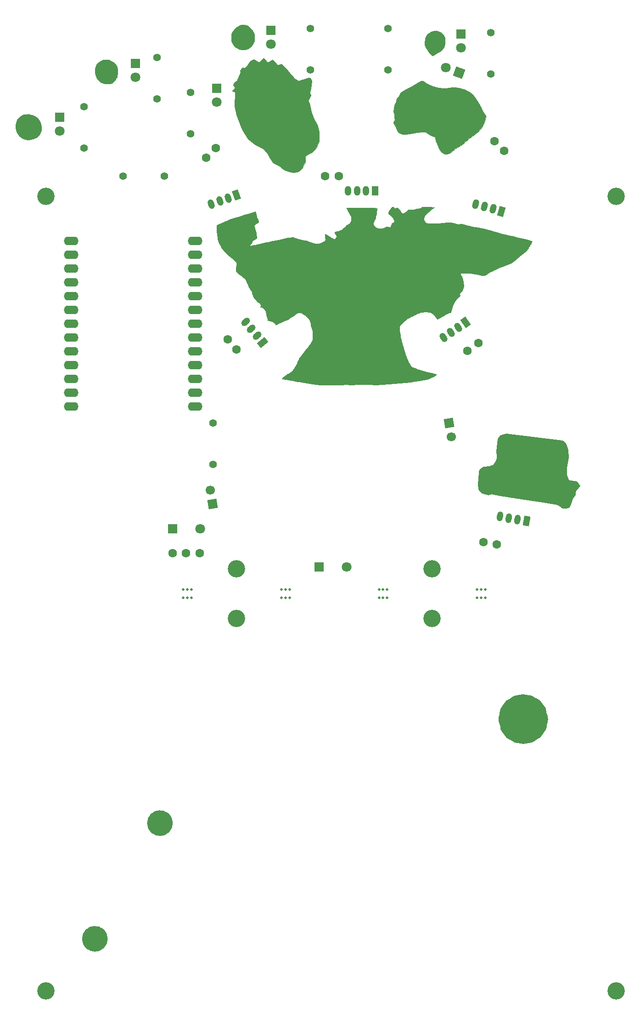
<source format=gbs>
G04 #@! TF.GenerationSoftware,KiCad,Pcbnew,7.0.10*
G04 #@! TF.CreationDate,2024-05-06T11:46:52-05:00*
G04 #@! TF.ProjectId,cowboys_vs_dinos,636f7762-6f79-4735-9f76-735f64696e6f,2*
G04 #@! TF.SameCoordinates,Original*
G04 #@! TF.FileFunction,Soldermask,Bot*
G04 #@! TF.FilePolarity,Negative*
%FSLAX46Y46*%
G04 Gerber Fmt 4.6, Leading zero omitted, Abs format (unit mm)*
G04 Created by KiCad (PCBNEW 7.0.10) date 2024-05-06 11:46:52*
%MOMM*%
%LPD*%
G01*
G04 APERTURE LIST*
G04 Aperture macros list*
%AMHorizOval*
0 Thick line with rounded ends*
0 $1 width*
0 $2 $3 position (X,Y) of the first rounded end (center of the circle)*
0 $4 $5 position (X,Y) of the second rounded end (center of the circle)*
0 Add line between two ends*
20,1,$1,$2,$3,$4,$5,0*
0 Add two circle primitives to create the rounded ends*
1,1,$1,$2,$3*
1,1,$1,$4,$5*%
%AMRotRect*
0 Rectangle, with rotation*
0 The origin of the aperture is its center*
0 $1 length*
0 $2 width*
0 $3 Rotation angle, in degrees counterclockwise*
0 Add horizontal line*
21,1,$1,$2,0,0,$3*%
G04 Aperture macros list end*
%ADD10C,2.375000*%
%ADD11C,0.150000*%
%ADD12C,4.575000*%
%ADD13C,0.100000*%
%ADD14R,1.800000X1.800000*%
%ADD15C,1.800000*%
%ADD16RotRect,1.800000X1.800000X160.000000*%
%ADD17R,1.150000X1.800000*%
%ADD18O,1.150000X1.800000*%
%ADD19RotRect,1.700000X1.700000X190.000000*%
%ADD20HorizOval,1.700000X0.000000X0.000000X0.000000X0.000000X0*%
%ADD21C,1.600000*%
%ADD22C,3.200000*%
%ADD23C,1.400000*%
%ADD24C,0.500000*%
%ADD25O,2.700000X1.600000*%
%ADD26RotRect,1.150000X1.800000X200.000000*%
%ADD27HorizOval,1.150000X-0.111157X0.305400X0.111157X-0.305400X0*%
%ADD28RotRect,1.150000X1.800000X170.000000*%
%ADD29HorizOval,1.150000X0.056436X0.320063X-0.056436X-0.320063X0*%
%ADD30RotRect,1.150000X1.800000X164.000000*%
%ADD31HorizOval,1.150000X0.089582X0.312410X-0.089582X-0.312410X0*%
%ADD32RotRect,1.700000X1.700000X10.000000*%
%ADD33HorizOval,1.700000X0.000000X0.000000X0.000000X0.000000X0*%
%ADD34RotRect,1.150000X1.800000X130.000000*%
%ADD35HorizOval,1.150000X0.248964X0.208906X-0.248964X-0.208906X0*%
%ADD36RotRect,1.150000X1.800000X215.000000*%
%ADD37HorizOval,1.150000X-0.186412X0.266224X0.186412X-0.266224X0*%
G04 APERTURE END LIST*
D10*
X65187500Y-185700000D02*
G75*
G03*
X62812500Y-185700000I-1187500J0D01*
G01*
X62812500Y-185700000D02*
G75*
G03*
X65187500Y-185700000I1187500J0D01*
G01*
X77187500Y-164400000D02*
G75*
G03*
X74812500Y-164400000I-1187500J0D01*
G01*
X74812500Y-164400000D02*
G75*
G03*
X77187500Y-164400000I1187500J0D01*
G01*
D11*
X150200000Y-94000000D02*
X150500000Y-94200000D01*
X150800000Y-94500000D01*
X151000000Y-94900000D01*
X151200000Y-95700000D01*
X151300000Y-97100000D01*
X151000000Y-99000000D01*
X151000000Y-100300000D01*
X151200000Y-101000000D01*
X151400000Y-101300000D01*
X151700000Y-101400000D01*
X152400000Y-101500000D01*
X152900000Y-101600000D01*
X153000000Y-101700000D01*
X153400000Y-102300000D01*
X152900000Y-102900000D01*
X152700000Y-103200000D01*
X152600000Y-103600000D01*
X152600000Y-103900000D01*
X152500000Y-104100000D01*
X152200000Y-104500000D01*
X152000000Y-104900000D01*
X151700000Y-105900000D01*
X151500000Y-106200000D01*
X151100000Y-106400000D01*
X150400000Y-106400000D01*
X150100000Y-106300000D01*
X149700000Y-106000000D01*
X149500000Y-105800000D01*
X149200000Y-105700000D01*
X146700000Y-105300000D01*
X142700000Y-104700000D01*
X138900000Y-104100000D01*
X137200000Y-103800000D01*
X136600000Y-103900000D01*
X135900000Y-103800000D01*
X135400000Y-103600000D01*
X135000000Y-103200000D01*
X134800000Y-102900000D01*
X134700000Y-102100000D01*
X134900000Y-99800000D01*
X135000000Y-99400000D01*
X135300000Y-99100000D01*
X135700000Y-98900000D01*
X136800000Y-98800000D01*
X137500000Y-98500000D01*
X138000000Y-97800000D01*
X138200000Y-97200000D01*
X138200000Y-96700000D01*
X138100000Y-96000000D01*
X138400000Y-93700000D01*
X138500000Y-93400000D01*
X138800000Y-93100000D01*
X139200000Y-92900000D01*
X139900000Y-92800000D01*
X150200000Y-94000000D01*
G36*
X150200000Y-94000000D02*
G01*
X150500000Y-94200000D01*
X150800000Y-94500000D01*
X151000000Y-94900000D01*
X151200000Y-95700000D01*
X151300000Y-97100000D01*
X151000000Y-99000000D01*
X151000000Y-100300000D01*
X151200000Y-101000000D01*
X151400000Y-101300000D01*
X151700000Y-101400000D01*
X152400000Y-101500000D01*
X152900000Y-101600000D01*
X153000000Y-101700000D01*
X153400000Y-102300000D01*
X152900000Y-102900000D01*
X152700000Y-103200000D01*
X152600000Y-103600000D01*
X152600000Y-103900000D01*
X152500000Y-104100000D01*
X152200000Y-104500000D01*
X152000000Y-104900000D01*
X151700000Y-105900000D01*
X151500000Y-106200000D01*
X151100000Y-106400000D01*
X150400000Y-106400000D01*
X150100000Y-106300000D01*
X149700000Y-106000000D01*
X149500000Y-105800000D01*
X149200000Y-105700000D01*
X146700000Y-105300000D01*
X142700000Y-104700000D01*
X138900000Y-104100000D01*
X137200000Y-103800000D01*
X136600000Y-103900000D01*
X135900000Y-103800000D01*
X135400000Y-103600000D01*
X135000000Y-103200000D01*
X134800000Y-102900000D01*
X134700000Y-102100000D01*
X134900000Y-99800000D01*
X135000000Y-99400000D01*
X135300000Y-99100000D01*
X135700000Y-98900000D01*
X136800000Y-98800000D01*
X137500000Y-98500000D01*
X138000000Y-97800000D01*
X138200000Y-97200000D01*
X138200000Y-96700000D01*
X138100000Y-96000000D01*
X138400000Y-93700000D01*
X138500000Y-93400000D01*
X138800000Y-93100000D01*
X139200000Y-92900000D01*
X139900000Y-92800000D01*
X150200000Y-94000000D01*
G37*
D12*
X145287500Y-145250000D02*
G75*
G03*
X140712500Y-145250000I-2287500J0D01*
G01*
X140712500Y-145250000D02*
G75*
G03*
X145287500Y-145250000I2287500J0D01*
G01*
D13*
X125080000Y-28150000D02*
X126150000Y-28670000D01*
X127360000Y-29000000D01*
X128280000Y-29130000D01*
X128720000Y-29120000D01*
X129920000Y-28960000D01*
X130440000Y-28940000D01*
X131070000Y-28990000D01*
X132300000Y-29360000D01*
X133180000Y-29860000D01*
X133800000Y-30400000D01*
X134520000Y-31500000D01*
X135140000Y-32480000D01*
X135560000Y-33400000D01*
X136140000Y-34230000D01*
X136120000Y-34330000D01*
X135910000Y-35130000D01*
X135520000Y-36090000D01*
X135160000Y-36670000D01*
X134250000Y-37510000D01*
X133030000Y-38320000D01*
X131660000Y-39510000D01*
X130500000Y-40180000D01*
X129930000Y-40690000D01*
X129270000Y-41110000D01*
X128810000Y-41190000D01*
X128440000Y-41160000D01*
X127950000Y-40880000D01*
X127610000Y-40460000D01*
X127380000Y-39950000D01*
X127090000Y-39320000D01*
X126850000Y-38770000D01*
X126740000Y-38060000D01*
X126260000Y-37930000D01*
X125870000Y-37730000D01*
X125310000Y-37360000D01*
X124950000Y-37130000D01*
X124340000Y-37170000D01*
X123360000Y-37230000D01*
X122500000Y-37360000D01*
X121950000Y-37480000D01*
X121310000Y-37530000D01*
X120860000Y-37520000D01*
X120510000Y-37480000D01*
X120270000Y-37390000D01*
X119950000Y-37110000D01*
X119730000Y-36790000D01*
X119570000Y-36450000D01*
X119430000Y-36000000D01*
X119320000Y-35880000D01*
X119160000Y-35690000D01*
X119070000Y-35430000D01*
X119120000Y-35170000D01*
X119310000Y-34940000D01*
X119250000Y-34490000D01*
X119270000Y-33890000D01*
X119040000Y-33410000D01*
X119250000Y-32250000D01*
X119570000Y-31550000D01*
X119690000Y-30940000D01*
X120040000Y-30570000D01*
X120460000Y-29880000D01*
X121400000Y-29270000D01*
X122270000Y-28820000D01*
X123120000Y-28310000D01*
X123690000Y-28030000D01*
X124130000Y-27780000D01*
X124540000Y-27770000D01*
X125080000Y-28150000D01*
G36*
X125080000Y-28150000D02*
G01*
X126150000Y-28670000D01*
X127360000Y-29000000D01*
X128280000Y-29130000D01*
X128720000Y-29120000D01*
X129920000Y-28960000D01*
X130440000Y-28940000D01*
X131070000Y-28990000D01*
X132300000Y-29360000D01*
X133180000Y-29860000D01*
X133800000Y-30400000D01*
X134520000Y-31500000D01*
X135140000Y-32480000D01*
X135560000Y-33400000D01*
X136140000Y-34230000D01*
X136120000Y-34330000D01*
X135910000Y-35130000D01*
X135520000Y-36090000D01*
X135160000Y-36670000D01*
X134250000Y-37510000D01*
X133030000Y-38320000D01*
X131660000Y-39510000D01*
X130500000Y-40180000D01*
X129930000Y-40690000D01*
X129270000Y-41110000D01*
X128810000Y-41190000D01*
X128440000Y-41160000D01*
X127950000Y-40880000D01*
X127610000Y-40460000D01*
X127380000Y-39950000D01*
X127090000Y-39320000D01*
X126850000Y-38770000D01*
X126740000Y-38060000D01*
X126260000Y-37930000D01*
X125870000Y-37730000D01*
X125310000Y-37360000D01*
X124950000Y-37130000D01*
X124340000Y-37170000D01*
X123360000Y-37230000D01*
X122500000Y-37360000D01*
X121950000Y-37480000D01*
X121310000Y-37530000D01*
X120860000Y-37520000D01*
X120510000Y-37480000D01*
X120270000Y-37390000D01*
X119950000Y-37110000D01*
X119730000Y-36790000D01*
X119570000Y-36450000D01*
X119430000Y-36000000D01*
X119320000Y-35880000D01*
X119160000Y-35690000D01*
X119070000Y-35430000D01*
X119120000Y-35170000D01*
X119310000Y-34940000D01*
X119250000Y-34490000D01*
X119270000Y-33890000D01*
X119040000Y-33410000D01*
X119250000Y-32250000D01*
X119570000Y-31550000D01*
X119690000Y-30940000D01*
X120040000Y-30570000D01*
X120460000Y-29880000D01*
X121400000Y-29270000D01*
X122270000Y-28820000D01*
X123120000Y-28310000D01*
X123690000Y-28030000D01*
X124130000Y-27780000D01*
X124540000Y-27770000D01*
X125080000Y-28150000D01*
G37*
X95850000Y-24390000D02*
X96780000Y-23830000D01*
X97720000Y-24820000D01*
X98390000Y-24610000D01*
X98860000Y-25040000D01*
X99410000Y-25590000D01*
X99990000Y-26360000D01*
X100880000Y-27280000D01*
X101540000Y-27780000D01*
X102350000Y-27490000D01*
X103380000Y-27150000D01*
X103750000Y-27220000D01*
X103970000Y-27750000D01*
X103930000Y-28620000D01*
X103630000Y-29980000D01*
X103800000Y-30340000D01*
X103290000Y-31370000D01*
X103600000Y-31840000D01*
X103910000Y-33410000D01*
X104370000Y-34570000D01*
X105030000Y-35760000D01*
X105370000Y-37060000D01*
X105380000Y-37940000D01*
X105320000Y-38810000D01*
X105120000Y-39380000D01*
X105040000Y-39790000D01*
X104770000Y-40180000D01*
X104320000Y-40650000D01*
X103980000Y-40960000D01*
X103590000Y-41130000D01*
X103070000Y-41360000D01*
X102830000Y-41700000D01*
X102770000Y-42320000D01*
X102780000Y-42690000D01*
X102540000Y-43160000D01*
X102280000Y-43740000D01*
X101820000Y-44260000D01*
X101280000Y-44500000D01*
X100700000Y-44570000D01*
X100050000Y-44490000D01*
X99500000Y-44320000D01*
X98870000Y-44040000D01*
X98120000Y-43460000D01*
X96910000Y-42800000D01*
X96260000Y-41950000D01*
X95780000Y-41000000D01*
X95100000Y-40290000D01*
X93530000Y-39400000D01*
X92210000Y-38400000D01*
X91110000Y-36620000D01*
X90110000Y-33990000D01*
X89790000Y-32390000D01*
X89850000Y-29880000D01*
X89650000Y-29670000D01*
X89350000Y-29640000D01*
X89330000Y-29550000D01*
X89770000Y-29080000D01*
X89820000Y-28840000D01*
X89670000Y-28750000D01*
X89490000Y-28550000D01*
X89650000Y-28050000D01*
X90060000Y-27850000D01*
X90190000Y-27740000D01*
X90890000Y-26110000D01*
X90780000Y-25880000D01*
X91170000Y-25290000D01*
X91580000Y-25350000D01*
X91940000Y-25150000D01*
X92640000Y-24130000D01*
X93320000Y-23730000D01*
X94160000Y-24250000D01*
X94360000Y-24250000D01*
X95070000Y-23540000D01*
X95850000Y-24390000D01*
G36*
X95850000Y-24390000D02*
G01*
X96780000Y-23830000D01*
X97720000Y-24820000D01*
X98390000Y-24610000D01*
X98860000Y-25040000D01*
X99410000Y-25590000D01*
X99990000Y-26360000D01*
X100880000Y-27280000D01*
X101540000Y-27780000D01*
X102350000Y-27490000D01*
X103380000Y-27150000D01*
X103750000Y-27220000D01*
X103970000Y-27750000D01*
X103930000Y-28620000D01*
X103630000Y-29980000D01*
X103800000Y-30340000D01*
X103290000Y-31370000D01*
X103600000Y-31840000D01*
X103910000Y-33410000D01*
X104370000Y-34570000D01*
X105030000Y-35760000D01*
X105370000Y-37060000D01*
X105380000Y-37940000D01*
X105320000Y-38810000D01*
X105120000Y-39380000D01*
X105040000Y-39790000D01*
X104770000Y-40180000D01*
X104320000Y-40650000D01*
X103980000Y-40960000D01*
X103590000Y-41130000D01*
X103070000Y-41360000D01*
X102830000Y-41700000D01*
X102770000Y-42320000D01*
X102780000Y-42690000D01*
X102540000Y-43160000D01*
X102280000Y-43740000D01*
X101820000Y-44260000D01*
X101280000Y-44500000D01*
X100700000Y-44570000D01*
X100050000Y-44490000D01*
X99500000Y-44320000D01*
X98870000Y-44040000D01*
X98120000Y-43460000D01*
X96910000Y-42800000D01*
X96260000Y-41950000D01*
X95780000Y-41000000D01*
X95100000Y-40290000D01*
X93530000Y-39400000D01*
X92210000Y-38400000D01*
X91110000Y-36620000D01*
X90110000Y-33990000D01*
X89790000Y-32390000D01*
X89850000Y-29880000D01*
X89650000Y-29670000D01*
X89350000Y-29640000D01*
X89330000Y-29550000D01*
X89770000Y-29080000D01*
X89820000Y-28840000D01*
X89670000Y-28750000D01*
X89490000Y-28550000D01*
X89650000Y-28050000D01*
X90060000Y-27850000D01*
X90190000Y-27740000D01*
X90890000Y-26110000D01*
X90780000Y-25880000D01*
X91170000Y-25290000D01*
X91580000Y-25350000D01*
X91940000Y-25150000D01*
X92640000Y-24130000D01*
X93320000Y-23730000D01*
X94160000Y-24250000D01*
X94360000Y-24250000D01*
X95070000Y-23540000D01*
X95850000Y-24390000D01*
G37*
G36*
X127128745Y-18532759D02*
G01*
X127136797Y-18533638D01*
X127366018Y-18573830D01*
X127570591Y-18646805D01*
X127775158Y-18764316D01*
X128004358Y-18938116D01*
X128030891Y-18960139D01*
X128210924Y-19124347D01*
X128341482Y-19282067D01*
X128449781Y-19466912D01*
X128463600Y-19494597D01*
X128608007Y-19788189D01*
X128606143Y-20459537D01*
X128602506Y-20770453D01*
X128590613Y-21013471D01*
X128566067Y-21207148D01*
X128524469Y-21370041D01*
X128461421Y-21520707D01*
X128372526Y-21677704D01*
X128285735Y-21811536D01*
X128161939Y-21983223D01*
X128034235Y-22126170D01*
X127885144Y-22254835D01*
X127697193Y-22383679D01*
X127452904Y-22527159D01*
X127356179Y-22580603D01*
X127150539Y-22695730D01*
X126926492Y-22825342D01*
X126728811Y-22943491D01*
X126709105Y-22955593D01*
X126554249Y-23043585D01*
X126415291Y-23109405D01*
X126317208Y-23141553D01*
X126302192Y-23142981D01*
X126215562Y-23112696D01*
X126094106Y-23018770D01*
X125932400Y-22857168D01*
X125575707Y-22450662D01*
X125293537Y-22070949D01*
X125082203Y-21707768D01*
X124938019Y-21350855D01*
X124857301Y-20989950D01*
X124836363Y-20614790D01*
X124871520Y-20215114D01*
X124908383Y-20005843D01*
X124978503Y-19733591D01*
X125076879Y-19507461D01*
X125220751Y-19293885D01*
X125354250Y-19137727D01*
X125627630Y-18899243D01*
X125957328Y-18714232D01*
X126327786Y-18587966D01*
X126723444Y-18525718D01*
X127128745Y-18532759D01*
G37*
G36*
X51997689Y-33902077D02*
G01*
X52326701Y-33979515D01*
X52664450Y-34096984D01*
X52987575Y-34245000D01*
X53272715Y-34414078D01*
X53496508Y-34594731D01*
X53510712Y-34609041D01*
X53686828Y-34826946D01*
X53855675Y-35102832D01*
X54002525Y-35408455D01*
X54112652Y-35715577D01*
X54138539Y-35812922D01*
X54181702Y-36064564D01*
X54202362Y-36347157D01*
X54201468Y-36637799D01*
X54179967Y-36913586D01*
X54138809Y-37151613D01*
X54078941Y-37328977D01*
X54075482Y-37335826D01*
X53864841Y-37658809D01*
X53584477Y-37957843D01*
X53250739Y-38217945D01*
X52895652Y-38416953D01*
X52603382Y-38520150D01*
X52257786Y-38590530D01*
X51886940Y-38624656D01*
X51518921Y-38619091D01*
X51369506Y-38603768D01*
X50945709Y-38508238D01*
X50567475Y-38339760D01*
X50233975Y-38097700D01*
X49944385Y-37781426D01*
X49697878Y-37390304D01*
X49642806Y-37280588D01*
X49471385Y-36836824D01*
X49379504Y-36391299D01*
X49367675Y-35952572D01*
X49436407Y-35529200D01*
X49522791Y-35270548D01*
X49677601Y-34935816D01*
X49844877Y-34670029D01*
X50036913Y-34455591D01*
X50170985Y-34342848D01*
X50301491Y-34242321D01*
X50408907Y-34157201D01*
X50470468Y-34105538D01*
X50471240Y-34104815D01*
X50568528Y-34050488D01*
X50733223Y-33997737D01*
X50946214Y-33950149D01*
X51188391Y-33911308D01*
X51440640Y-33884800D01*
X51683853Y-33874209D01*
X51700777Y-33874156D01*
X51997689Y-33902077D01*
G37*
G36*
X67068332Y-24061122D02*
G01*
X67396007Y-24252413D01*
X67652710Y-24440582D01*
X67852511Y-24638540D01*
X68009481Y-24859199D01*
X68080000Y-24989524D01*
X68144328Y-25123132D01*
X68189045Y-25232624D01*
X68218425Y-25339646D01*
X68236743Y-25465845D01*
X68248274Y-25632867D01*
X68257292Y-25862358D01*
X68258321Y-25892545D01*
X68262726Y-26262602D01*
X68246222Y-26566285D01*
X68205876Y-26821877D01*
X68138754Y-27047659D01*
X68041923Y-27261912D01*
X68037189Y-27270879D01*
X67904378Y-27478211D01*
X67725935Y-27697698D01*
X67522919Y-27907727D01*
X67316389Y-28086687D01*
X67127406Y-28212967D01*
X67110723Y-28221644D01*
X66993740Y-28275750D01*
X66886718Y-28309054D01*
X66762937Y-28326033D01*
X66595674Y-28331163D01*
X66461660Y-28330396D01*
X66252654Y-28324566D01*
X66052518Y-28313289D01*
X65893038Y-28298568D01*
X65843611Y-28291459D01*
X65615759Y-28236363D01*
X65379740Y-28153646D01*
X65167007Y-28055939D01*
X65009972Y-27956649D01*
X64754302Y-27735525D01*
X64555488Y-27521872D01*
X64397966Y-27292732D01*
X64266172Y-27025150D01*
X64144541Y-26696167D01*
X64134317Y-26665079D01*
X64049242Y-26279378D01*
X64029393Y-25863937D01*
X64072757Y-25443495D01*
X64177320Y-25042796D01*
X64287368Y-24784318D01*
X64392294Y-24636150D01*
X64559068Y-24468473D01*
X64770035Y-24295964D01*
X65007540Y-24133303D01*
X65209400Y-24017729D01*
X65519080Y-23856950D01*
X66103237Y-23856950D01*
X66687393Y-23856950D01*
X67068332Y-24061122D01*
G37*
G36*
X91411259Y-17396765D02*
G01*
X91609026Y-17407927D01*
X91756552Y-17426351D01*
X91885051Y-17460435D01*
X92025736Y-17518577D01*
X92209820Y-17609175D01*
X92220064Y-17614372D01*
X92463294Y-17749178D01*
X92654696Y-17884980D01*
X92826099Y-18044939D01*
X92857277Y-18078078D01*
X93095767Y-18364334D01*
X93273430Y-18649828D01*
X93398161Y-18954517D01*
X93477857Y-19298360D01*
X93520413Y-19701315D01*
X93523824Y-19762936D01*
X93533514Y-19984940D01*
X93534586Y-20144377D01*
X93524450Y-20265014D01*
X93500514Y-20370617D01*
X93460185Y-20484950D01*
X93439382Y-20537217D01*
X93223602Y-20982808D01*
X92966954Y-21352181D01*
X92669291Y-21645484D01*
X92330467Y-21862859D01*
X91964063Y-22000849D01*
X91820073Y-22026952D01*
X91622873Y-22046716D01*
X91405729Y-22057233D01*
X91308518Y-22058165D01*
X91085994Y-22053340D01*
X90917414Y-22037682D01*
X90770347Y-22005774D01*
X90612364Y-21952202D01*
X90565675Y-21934126D01*
X90380107Y-21852143D01*
X90196119Y-21756283D01*
X90058666Y-21670718D01*
X89849544Y-21486750D01*
X89640638Y-21242463D01*
X89450803Y-20962049D01*
X89327482Y-20732511D01*
X89273945Y-20616897D01*
X89236311Y-20520973D01*
X89211836Y-20425878D01*
X89197778Y-20312752D01*
X89191392Y-20162736D01*
X89189936Y-19956970D01*
X89190318Y-19789489D01*
X89192391Y-19140426D01*
X89353446Y-18797783D01*
X89565168Y-18443607D01*
X89851179Y-18115603D01*
X90200636Y-17824393D01*
X90589112Y-17587562D01*
X90994749Y-17378322D01*
X91411259Y-17396765D01*
G37*
G36*
X125466060Y-50960359D02*
G01*
X125775197Y-50968734D01*
X126057213Y-50978342D01*
X126300136Y-50988617D01*
X126491990Y-50998992D01*
X126620804Y-51008901D01*
X126674064Y-51017463D01*
X126677293Y-51056221D01*
X126602713Y-51128899D01*
X126500980Y-51202291D01*
X126283042Y-51357609D01*
X126043592Y-51541797D01*
X125798820Y-51741078D01*
X125564918Y-51941674D01*
X125358076Y-52129810D01*
X125194485Y-52291706D01*
X125114025Y-52382480D01*
X124938332Y-52635438D01*
X124816570Y-52885795D01*
X124755100Y-53117556D01*
X124754697Y-53286056D01*
X124830292Y-53507180D01*
X124973646Y-53708581D01*
X125166043Y-53867137D01*
X125268074Y-53920276D01*
X125407016Y-53970729D01*
X125550959Y-53998821D01*
X125731077Y-54009146D01*
X125868327Y-54008742D01*
X126072216Y-54000622D01*
X126271008Y-53984552D01*
X126410000Y-53980000D01*
X126480000Y-53980000D01*
X126590000Y-53980000D01*
X126940000Y-53980000D01*
X127190000Y-53980000D01*
X127540000Y-53980000D01*
X127720000Y-53960000D01*
X127880000Y-53910000D01*
X128030000Y-53890000D01*
X128270000Y-53870000D01*
X128490000Y-53860000D01*
X128680000Y-53850000D01*
X128840000Y-53850000D01*
X128980000Y-53850000D01*
X129110000Y-53840000D01*
X129250000Y-53840000D01*
X129390000Y-53840000D01*
X129580000Y-53840000D01*
X129780000Y-53850000D01*
X130000000Y-53890000D01*
X130210000Y-53930000D01*
X130410000Y-53980000D01*
X130560000Y-54020000D01*
X130660000Y-54050000D01*
X130790000Y-54080000D01*
X130920000Y-54110000D01*
X131020000Y-54120000D01*
X131136716Y-54116916D01*
X131288184Y-54081496D01*
X131472281Y-54079874D01*
X131703613Y-54112198D01*
X131996785Y-54178613D01*
X132066536Y-54196632D01*
X132538319Y-54314189D01*
X133073815Y-54436673D01*
X133650723Y-54559436D01*
X134246746Y-54677829D01*
X134839584Y-54787204D01*
X135185179Y-54846684D01*
X135640776Y-54928207D01*
X136026187Y-55009562D01*
X136357676Y-55094473D01*
X136613117Y-55173544D01*
X136909026Y-55268085D01*
X137277093Y-55377101D01*
X137704771Y-55497332D01*
X138179512Y-55625515D01*
X138688770Y-55758390D01*
X139219997Y-55892696D01*
X139760648Y-56025171D01*
X140298174Y-56152555D01*
X140820029Y-56271585D01*
X140940204Y-56298250D01*
X141352293Y-56390821D01*
X141774109Y-56488633D01*
X142197260Y-56589493D01*
X142613357Y-56691207D01*
X143014007Y-56791584D01*
X143390821Y-56888429D01*
X143735407Y-56979551D01*
X144039375Y-57062755D01*
X144294335Y-57135850D01*
X144491894Y-57196642D01*
X144623663Y-57242938D01*
X144681251Y-57272545D01*
X144683134Y-57276472D01*
X144661523Y-57356566D01*
X144602187Y-57494784D01*
X144513372Y-57675924D01*
X144403327Y-57884789D01*
X144280297Y-58106178D01*
X144152530Y-58324892D01*
X144028272Y-58525733D01*
X143915771Y-58693501D01*
X143909538Y-58702235D01*
X143795229Y-58858708D01*
X143694808Y-58985413D01*
X143593796Y-59096000D01*
X143477716Y-59204118D01*
X143332091Y-59323420D01*
X143142443Y-59467554D01*
X142938402Y-59617896D01*
X142588823Y-59884728D01*
X142265376Y-60152611D01*
X141988253Y-60404481D01*
X141878628Y-60513635D01*
X141633589Y-60750841D01*
X141379191Y-60961739D01*
X141102834Y-61153642D01*
X140791919Y-61333863D01*
X140433848Y-61509713D01*
X140016020Y-61688507D01*
X139533901Y-61874568D01*
X139048146Y-62056485D01*
X138631798Y-62216944D01*
X138272196Y-62361948D01*
X137956675Y-62497496D01*
X137672575Y-62629591D01*
X137407233Y-62764234D01*
X137147985Y-62907426D01*
X136882170Y-63065170D01*
X136597126Y-63243466D01*
X136460112Y-63331420D01*
X136246693Y-63463434D01*
X136081828Y-63550179D01*
X135946527Y-63600490D01*
X135836242Y-63621710D01*
X135664068Y-63624207D01*
X135416091Y-63602654D01*
X135099328Y-63558100D01*
X134720798Y-63491595D01*
X134287519Y-63404188D01*
X134081771Y-63359473D01*
X133883720Y-63316884D01*
X133712111Y-63284335D01*
X133549273Y-63260194D01*
X133377533Y-63242827D01*
X133179219Y-63230601D01*
X132936661Y-63221883D01*
X132632186Y-63215039D01*
X132491567Y-63212503D01*
X132206932Y-63208959D01*
X131953531Y-63208465D01*
X131743374Y-63210825D01*
X131588469Y-63215843D01*
X131500825Y-63223323D01*
X131485519Y-63228943D01*
X131503713Y-63280623D01*
X131552277Y-63389483D01*
X131622186Y-63535648D01*
X131653700Y-63599298D01*
X131747822Y-63819461D01*
X131841423Y-64094155D01*
X131928352Y-64398879D01*
X132002462Y-64709134D01*
X132057603Y-65000420D01*
X132087626Y-65248237D01*
X132091312Y-65342945D01*
X132073514Y-65607765D01*
X132025047Y-65885895D01*
X131953302Y-66144661D01*
X131865668Y-66351389D01*
X131861551Y-66358800D01*
X131772051Y-66480108D01*
X131642246Y-66613367D01*
X131538311Y-66700230D01*
X131398447Y-66816352D01*
X131329856Y-66910237D01*
X131326090Y-66997714D01*
X131378718Y-67092001D01*
X131436910Y-67200354D01*
X131433087Y-67302911D01*
X131361945Y-67412703D01*
X131218181Y-67542761D01*
X131184544Y-67569050D01*
X130898590Y-67826562D01*
X130626537Y-68140516D01*
X130391611Y-68481316D01*
X130233839Y-68780366D01*
X130163030Y-68953107D01*
X130076845Y-69183148D01*
X129984500Y-69444815D01*
X129895214Y-69712433D01*
X129863533Y-69811847D01*
X129652846Y-70483061D01*
X129404598Y-70531901D01*
X129085242Y-70629976D01*
X128785974Y-70787583D01*
X128586371Y-70942831D01*
X128467131Y-71031351D01*
X128301911Y-71125580D01*
X128132027Y-71202785D01*
X127939493Y-71286963D01*
X127720834Y-71396044D01*
X127522012Y-71507042D01*
X127514333Y-71511675D01*
X127199534Y-71702349D01*
X127059989Y-71499500D01*
X126791852Y-71138933D01*
X126534386Y-70855510D01*
X126279260Y-70641942D01*
X126018141Y-70490943D01*
X125822399Y-70417072D01*
X125626267Y-70377584D01*
X125370073Y-70354182D01*
X125078717Y-70346502D01*
X124777101Y-70354184D01*
X124490126Y-70376864D01*
X124242695Y-70414181D01*
X124129472Y-70441693D01*
X123958183Y-70500538D01*
X123731153Y-70590594D01*
X123469076Y-70702483D01*
X123192643Y-70826827D01*
X122922546Y-70954248D01*
X122679479Y-71075369D01*
X122484135Y-71180813D01*
X122435968Y-71209175D01*
X122280914Y-71298657D01*
X122130170Y-71378329D01*
X122039639Y-71420745D01*
X121794396Y-71542230D01*
X121528722Y-71712205D01*
X121232674Y-71937705D01*
X120896312Y-72225767D01*
X120874467Y-72245342D01*
X120693292Y-72412533D01*
X120531126Y-72570522D01*
X120401162Y-72705823D01*
X120316594Y-72804950D01*
X120294985Y-72837635D01*
X120256898Y-72973463D01*
X120241038Y-73182503D01*
X120246322Y-73454626D01*
X120271666Y-73779699D01*
X120315984Y-74147595D01*
X120378193Y-74548181D01*
X120457207Y-74971328D01*
X120551943Y-75406905D01*
X120584795Y-75544769D01*
X120659359Y-75832359D01*
X120754358Y-76169532D01*
X120865623Y-76543738D01*
X120988986Y-76942429D01*
X121120277Y-77353056D01*
X121255327Y-77763069D01*
X121389968Y-78159920D01*
X121520031Y-78531060D01*
X121641348Y-78863940D01*
X121749749Y-79146011D01*
X121841065Y-79364724D01*
X121884838Y-79458162D01*
X122033912Y-79749909D01*
X122157752Y-79974634D01*
X122265824Y-80144591D01*
X122367596Y-80272038D01*
X122472535Y-80369232D01*
X122590108Y-80448427D01*
X122692163Y-80503331D01*
X122896104Y-80593483D01*
X123172698Y-80697344D01*
X123509796Y-80811345D01*
X123895252Y-80931917D01*
X124316918Y-81055489D01*
X124762648Y-81178494D01*
X125220294Y-81297360D01*
X125677710Y-81408519D01*
X126084484Y-81500175D01*
X126393909Y-81569743D01*
X126651311Y-81633236D01*
X126847865Y-81688229D01*
X126974745Y-81732297D01*
X127019124Y-81756968D01*
X127058204Y-81807448D01*
X127050381Y-81856770D01*
X126988413Y-81932110D01*
X126966245Y-81955449D01*
X126764771Y-82121286D01*
X126483868Y-82284438D01*
X126130648Y-82442459D01*
X125712221Y-82592908D01*
X125235700Y-82733341D01*
X124708197Y-82861313D01*
X124136824Y-82974382D01*
X123869846Y-83019341D01*
X123079046Y-83136344D01*
X122210957Y-83247819D01*
X121274693Y-83353183D01*
X120279367Y-83451852D01*
X119234090Y-83543243D01*
X118147976Y-83626772D01*
X117030136Y-83701857D01*
X115889684Y-83767914D01*
X114640000Y-83740000D01*
X113570000Y-83740000D01*
X112450000Y-83740000D01*
X111320000Y-83750000D01*
X110140000Y-83740000D01*
X109580000Y-83760000D01*
X108940000Y-83780000D01*
X108460000Y-83800000D01*
X108070000Y-83800000D01*
X107780000Y-83800000D01*
X107520000Y-83800000D01*
X107260000Y-83800000D01*
X107020000Y-83800000D01*
X106760000Y-83800000D01*
X106540000Y-83800000D01*
X106350000Y-83800000D01*
X106140000Y-83790000D01*
X105532361Y-83765674D01*
X104858105Y-83693292D01*
X104244611Y-83620716D01*
X103679015Y-83546256D01*
X103148458Y-83468226D01*
X102640078Y-83384937D01*
X102169506Y-83300075D01*
X101815947Y-83233769D01*
X101442608Y-83164112D01*
X101072647Y-83095400D01*
X100729224Y-83031931D01*
X100435501Y-82977999D01*
X100308858Y-82954925D01*
X100053108Y-82907944D01*
X99814559Y-82863088D01*
X99611586Y-82823888D01*
X99462565Y-82793878D01*
X99400170Y-82780226D01*
X99253632Y-82756112D01*
X99073975Y-82740759D01*
X98981096Y-82738000D01*
X98793584Y-82726752D01*
X98641240Y-82697858D01*
X98542097Y-82656081D01*
X98513117Y-82614315D01*
X98538055Y-82561379D01*
X98602079Y-82466591D01*
X98657522Y-82393579D01*
X98751856Y-82290798D01*
X98883745Y-82176537D01*
X99061691Y-82044729D01*
X99294196Y-81889310D01*
X99589760Y-81704214D01*
X99813809Y-81568654D01*
X100208575Y-81300956D01*
X100540222Y-81004039D01*
X100819208Y-80664775D01*
X101055990Y-80270034D01*
X101261024Y-79806689D01*
X101299624Y-79703306D01*
X101446865Y-79321873D01*
X101587717Y-79010469D01*
X101730428Y-78753826D01*
X101883246Y-78536680D01*
X102008131Y-78391970D01*
X102150423Y-78227628D01*
X102310673Y-78023639D01*
X102462223Y-77814510D01*
X102517235Y-77732883D01*
X102650199Y-77539313D01*
X102795491Y-77342725D01*
X102929848Y-77174081D01*
X102983470Y-77112320D01*
X103115692Y-76958622D01*
X103281275Y-76754457D01*
X103464285Y-76520491D01*
X103648789Y-76277387D01*
X103818854Y-76045810D01*
X103951452Y-75856899D01*
X104030712Y-75722158D01*
X104090451Y-75573089D01*
X104133035Y-75395714D01*
X104160831Y-75176054D01*
X104176205Y-74900132D01*
X104181524Y-74553968D01*
X104181601Y-74497605D01*
X104181601Y-73791633D01*
X104005428Y-73322611D01*
X103919363Y-73071100D01*
X103849275Y-72823205D01*
X103803780Y-72610636D01*
X103795035Y-72548442D01*
X103714384Y-72186783D01*
X103620333Y-71965003D01*
X103369334Y-71544692D01*
X103072123Y-71193208D01*
X102718847Y-70900846D01*
X102299652Y-70657900D01*
X102287233Y-70651889D01*
X102008849Y-70534322D01*
X101770983Y-70476751D01*
X101556885Y-70482203D01*
X101349804Y-70553705D01*
X101132990Y-70694283D01*
X100893015Y-70903801D01*
X100761031Y-71010380D01*
X100563848Y-71144763D01*
X100315254Y-71299390D01*
X100029036Y-71466698D01*
X99718981Y-71639127D01*
X99398875Y-71809113D01*
X99082507Y-71969096D01*
X98783662Y-72111513D01*
X98516129Y-72228804D01*
X98377039Y-72283723D01*
X98181733Y-72363511D01*
X97963804Y-72462748D01*
X97800106Y-72544592D01*
X97653870Y-72618716D01*
X97533980Y-72673194D01*
X97463443Y-72697679D01*
X97458624Y-72698126D01*
X97407129Y-72665782D01*
X97325454Y-72581643D01*
X97245568Y-72482500D01*
X97129571Y-72349752D01*
X97001289Y-72236188D01*
X96922618Y-72185091D01*
X96716880Y-72098213D01*
X96483498Y-72025753D01*
X96258435Y-71977411D01*
X96097545Y-71962521D01*
X95984262Y-71956143D01*
X95927974Y-71923457D01*
X95899343Y-71844138D01*
X95894561Y-71821891D01*
X95869312Y-71715037D01*
X95827831Y-71554580D01*
X95777826Y-71370083D01*
X95762030Y-71313458D01*
X95705984Y-71093506D01*
X95654174Y-70855081D01*
X95616884Y-70645938D01*
X95613982Y-70625854D01*
X95531467Y-70268652D01*
X95393431Y-69975230D01*
X95201232Y-69747348D01*
X94956230Y-69586766D01*
X94757067Y-69516116D01*
X94553833Y-69464156D01*
X94568693Y-69222760D01*
X94567980Y-69045662D01*
X94533744Y-68905923D01*
X94485001Y-68806014D01*
X94412712Y-68694843D01*
X94343128Y-68643380D01*
X94247617Y-68630667D01*
X94245435Y-68630664D01*
X94130000Y-68570000D01*
X93990000Y-68450000D01*
X93840000Y-68290000D01*
X93710000Y-68140000D01*
X93580000Y-67990000D01*
X93460000Y-67830000D01*
X93350000Y-67700000D01*
X93250000Y-67500000D01*
X93190000Y-67350000D01*
X93120000Y-67250000D01*
X93080000Y-67120000D01*
X93020000Y-66890000D01*
X93000000Y-66730000D01*
X92970000Y-66630000D01*
X92880000Y-66500000D01*
X92820000Y-66380000D01*
X92760000Y-66290000D01*
X92680000Y-66170000D01*
X92540000Y-65980000D01*
X92420000Y-65780000D01*
X92360000Y-65680000D01*
X92340000Y-65580000D01*
X92200000Y-65190000D01*
X92090000Y-64990000D01*
X91980000Y-64750000D01*
X91870000Y-64530000D01*
X91780000Y-64330000D01*
X91600028Y-64181750D01*
X91470000Y-64060000D01*
X91410000Y-64010000D01*
X91370000Y-63970000D01*
X91324001Y-63930269D01*
X91228557Y-63856041D01*
X91095348Y-63745516D01*
X90937660Y-63609488D01*
X90909132Y-63584389D01*
X90728473Y-63428454D01*
X90550004Y-63280427D01*
X90394424Y-63157124D01*
X90283325Y-63075956D01*
X90166310Y-62985851D01*
X90082287Y-62898792D01*
X90056744Y-62854003D01*
X90036600Y-62717401D01*
X90028960Y-62523089D01*
X90032649Y-62298814D01*
X90046492Y-62072321D01*
X90069315Y-61871353D01*
X90099943Y-61723657D01*
X90105296Y-61707366D01*
X90148096Y-61563486D01*
X90153981Y-61450854D01*
X90125779Y-61324888D01*
X90080259Y-61204152D01*
X90013313Y-61090554D01*
X89914079Y-60972237D01*
X89771696Y-60837345D01*
X89575303Y-60674021D01*
X89412354Y-60546081D01*
X89259725Y-60423956D01*
X89056784Y-60255665D01*
X88817433Y-60053060D01*
X88555573Y-59827995D01*
X88320000Y-59560000D01*
X88080000Y-59340000D01*
X87840000Y-59070000D01*
X87640000Y-58860000D01*
X87460000Y-58640000D01*
X87350000Y-58470000D01*
X87290000Y-58340000D01*
X87210000Y-58190000D01*
X87130000Y-58050000D01*
X87070000Y-57920000D01*
X87000000Y-57770000D01*
X86930000Y-57610000D01*
X86840000Y-57400000D01*
X86740000Y-57110000D01*
X86670000Y-56860000D01*
X86620000Y-56510000D01*
X86550000Y-56140000D01*
X86470000Y-55430000D01*
X86440000Y-55140000D01*
X86440000Y-54890000D01*
X86490000Y-54340000D01*
X86848620Y-54129610D01*
X87234207Y-53968612D01*
X87573982Y-53823528D01*
X87857432Y-53698681D01*
X88074041Y-53598395D01*
X88132006Y-53569954D01*
X88392997Y-53450192D01*
X88721577Y-53317082D01*
X89100978Y-53176603D01*
X89514434Y-53034738D01*
X89945178Y-52897468D01*
X90356559Y-52776361D01*
X90581335Y-52711552D01*
X90870328Y-52625922D01*
X91205319Y-52525001D01*
X91568091Y-52414318D01*
X91940427Y-52299401D01*
X92304110Y-52185780D01*
X92347018Y-52172270D01*
X93645145Y-51763182D01*
X93764139Y-52114131D01*
X93819449Y-52291019D01*
X93861077Y-52450366D01*
X93881964Y-52564272D01*
X93883134Y-52584430D01*
X93904001Y-52716882D01*
X93961146Y-52901079D01*
X94046386Y-53114520D01*
X94151540Y-53334703D01*
X94165849Y-53361903D01*
X94227472Y-53493651D01*
X94266024Y-53606735D01*
X94272572Y-53648709D01*
X94238912Y-53716731D01*
X94136240Y-53821366D01*
X93962017Y-53965027D01*
X93850681Y-54049710D01*
X93687985Y-54171011D01*
X93553156Y-54271371D01*
X93459815Y-54340665D01*
X93421583Y-54368764D01*
X93421377Y-54368898D01*
X93431444Y-54409051D01*
X93464275Y-54515544D01*
X93514908Y-54672738D01*
X93578380Y-54864992D01*
X93586602Y-54889610D01*
X93679920Y-55177775D01*
X93748200Y-55416574D01*
X93798173Y-55637140D01*
X93836569Y-55870607D01*
X93870119Y-56148109D01*
X93880888Y-56250875D01*
X93898542Y-56480147D01*
X93898665Y-56644764D01*
X93881250Y-56734695D01*
X93881180Y-56734827D01*
X93827026Y-56788763D01*
X93715551Y-56870147D01*
X93565789Y-56965685D01*
X93472300Y-57020409D01*
X93298276Y-57122249D01*
X93186357Y-57198459D01*
X93121409Y-57262438D01*
X93088295Y-57327589D01*
X93078028Y-57369517D01*
X93040723Y-57470641D01*
X92965465Y-57613812D01*
X92866724Y-57772219D01*
X92838673Y-57813044D01*
X92745566Y-57949044D01*
X92678696Y-58053404D01*
X92648130Y-58110097D01*
X92648438Y-58115843D01*
X92699799Y-58107044D01*
X92825404Y-58082113D01*
X93014916Y-58043246D01*
X93258000Y-57992640D01*
X93544322Y-57932492D01*
X93863546Y-57865001D01*
X94205337Y-57792362D01*
X94559359Y-57716772D01*
X94915277Y-57640430D01*
X95262756Y-57565531D01*
X95591461Y-57494273D01*
X95891056Y-57428853D01*
X96151206Y-57371468D01*
X96176490Y-57365848D01*
X96805070Y-57226217D01*
X97355298Y-57104525D01*
X97833213Y-56999519D01*
X98244849Y-56909945D01*
X98596245Y-56834551D01*
X98893435Y-56772085D01*
X99142457Y-56721294D01*
X99349346Y-56680925D01*
X99520140Y-56649725D01*
X99660875Y-56626442D01*
X99777587Y-56609823D01*
X99871263Y-56599111D01*
X100065869Y-56578657D01*
X100244054Y-56557853D01*
X100376401Y-56540204D01*
X100407931Y-56535163D01*
X100515624Y-56534061D01*
X100665425Y-56565051D01*
X100871902Y-56631547D01*
X100965811Y-56665920D01*
X101138979Y-56723613D01*
X101376140Y-56792457D01*
X101656371Y-56866918D01*
X101958747Y-56941459D01*
X102262345Y-57010543D01*
X102294677Y-57017520D01*
X102598607Y-57085394D01*
X102905072Y-57158583D01*
X103192752Y-57231656D01*
X103440321Y-57299177D01*
X103626457Y-57355714D01*
X103640715Y-57360502D01*
X104079898Y-57504192D01*
X104447566Y-57612571D01*
X104741808Y-57685139D01*
X104960711Y-57721398D01*
X105041041Y-57725756D01*
X105181547Y-57712076D01*
X105366403Y-57676589D01*
X105558459Y-57626591D01*
X105581228Y-57619651D01*
X105754995Y-57558854D01*
X105912405Y-57485596D01*
X106073795Y-57387705D01*
X106259500Y-57253008D01*
X106460084Y-57093632D01*
X106484702Y-57059606D01*
X106497359Y-56997555D01*
X106498290Y-56892596D01*
X106487728Y-56729848D01*
X106468995Y-56525816D01*
X106451295Y-56317575D01*
X106440890Y-56136800D01*
X106438585Y-56003155D01*
X106444923Y-55936949D01*
X106467731Y-55912906D01*
X106514424Y-55913884D01*
X106592866Y-55944101D01*
X106710923Y-56007772D01*
X106876460Y-56109115D01*
X107097342Y-56252346D01*
X107362010Y-56428641D01*
X107630911Y-56605913D01*
X107840822Y-56734493D01*
X108002198Y-56817332D01*
X108125494Y-56857379D01*
X108221166Y-56857584D01*
X108299669Y-56820897D01*
X108371457Y-56750267D01*
X108395340Y-56720165D01*
X108510754Y-56549961D01*
X108562946Y-56414669D01*
X108555537Y-56294237D01*
X108494375Y-56171958D01*
X108346448Y-55928203D01*
X108262922Y-55741128D01*
X108243479Y-55609961D01*
X108250520Y-55580248D01*
X108281417Y-55531169D01*
X108342329Y-55498964D01*
X108453042Y-55476928D01*
X108602223Y-55461084D01*
X108899411Y-55404459D01*
X109201918Y-55294441D01*
X109479826Y-55144536D01*
X109703212Y-54968251D01*
X109710721Y-54960710D01*
X109845041Y-54837991D01*
X110004768Y-54710530D01*
X110081778Y-54655614D01*
X110216134Y-54549407D01*
X110331443Y-54431671D01*
X110378131Y-54367723D01*
X110457292Y-54264195D01*
X110547022Y-54224268D01*
X110590931Y-54221465D01*
X110708379Y-54191721D01*
X110848856Y-54097333D01*
X110914835Y-54039508D01*
X111089661Y-53856067D01*
X111202922Y-53674010D01*
X111266253Y-53466452D01*
X111291287Y-53206504D01*
X111292344Y-53167004D01*
X111299659Y-52815161D01*
X110856133Y-52030009D01*
X110722785Y-51790032D01*
X110605484Y-51571437D01*
X110510645Y-51386800D01*
X110444682Y-51248695D01*
X110414009Y-51169699D01*
X110412606Y-51160498D01*
X110414666Y-51141442D01*
X110425566Y-51125565D01*
X110452384Y-51112640D01*
X110502200Y-51102440D01*
X110582092Y-51094740D01*
X110699141Y-51089313D01*
X110860425Y-51085934D01*
X111073024Y-51084376D01*
X111344016Y-51084413D01*
X111680480Y-51085819D01*
X112089497Y-51088367D01*
X112565332Y-51091740D01*
X113018365Y-51095455D01*
X113469053Y-51099956D01*
X113905179Y-51105068D01*
X114314523Y-51110613D01*
X114684868Y-51116416D01*
X115003994Y-51122301D01*
X115259685Y-51128089D01*
X115424146Y-51133023D01*
X116130235Y-51158705D01*
X116103496Y-51446047D01*
X116057511Y-51890574D01*
X116008172Y-52260219D01*
X115952773Y-52566639D01*
X115888607Y-52821492D01*
X115812967Y-53036434D01*
X115723146Y-53223122D01*
X115670053Y-53312718D01*
X115604500Y-53433163D01*
X115566051Y-53535909D01*
X115561840Y-53564835D01*
X115531424Y-53653661D01*
X115475298Y-53723850D01*
X115397567Y-53848524D01*
X115387029Y-54008993D01*
X115441887Y-54188807D01*
X115543855Y-54351277D01*
X115658708Y-54474194D01*
X115803447Y-54598645D01*
X115956405Y-54709173D01*
X116095916Y-54790320D01*
X116200313Y-54826631D01*
X116211061Y-54827257D01*
X116302766Y-54855969D01*
X116328727Y-54875848D01*
X116395757Y-54900173D01*
X116527644Y-54916568D01*
X116702870Y-54922447D01*
X116716001Y-54922399D01*
X116879371Y-54918175D01*
X117009572Y-54902853D01*
X117134728Y-54869040D01*
X117282965Y-54809342D01*
X117461205Y-54726490D01*
X117645270Y-54640023D01*
X117771492Y-54586909D01*
X117859731Y-54562391D01*
X117929844Y-54561716D01*
X118001688Y-54580126D01*
X118030668Y-54590110D01*
X118179395Y-54632892D01*
X118324234Y-54660364D01*
X118336411Y-54661704D01*
X118427704Y-54662144D01*
X118490940Y-54628418D01*
X118553034Y-54541824D01*
X118581985Y-54491063D01*
X118653546Y-54328126D01*
X118705545Y-54149195D01*
X118713911Y-54102515D01*
X118736904Y-53978002D01*
X118770324Y-53916046D01*
X118831079Y-53892906D01*
X118865773Y-53889281D01*
X119042990Y-53844329D01*
X119156815Y-53745981D01*
X119206155Y-53600907D01*
X119189917Y-53415777D01*
X119107011Y-53197263D01*
X119007163Y-53025642D01*
X118912039Y-52885951D01*
X118831338Y-52785993D01*
X118740761Y-52701811D01*
X118616014Y-52609449D01*
X118514970Y-52540354D01*
X118332944Y-52410751D01*
X118216910Y-52305642D01*
X118157030Y-52207819D01*
X118143463Y-52100076D01*
X118166369Y-51965206D01*
X118172404Y-51941335D01*
X118224922Y-51795795D01*
X118310778Y-51616517D01*
X118416815Y-51425634D01*
X118529874Y-51245281D01*
X118636799Y-51097592D01*
X118724432Y-51004701D01*
X118732983Y-50998318D01*
X118878526Y-50938155D01*
X119032755Y-50959221D01*
X119202140Y-51062619D01*
X119225575Y-51082135D01*
X119331999Y-51167437D01*
X119400568Y-51200801D01*
X119455265Y-51190833D01*
X119482172Y-51174206D01*
X119585636Y-51122764D01*
X119696402Y-51088312D01*
X119843642Y-51098209D01*
X120000790Y-51180677D01*
X120154116Y-51325038D01*
X120289891Y-51520611D01*
X120316750Y-51570841D01*
X120411652Y-51737424D01*
X120521362Y-51901165D01*
X120590002Y-51988589D01*
X120736795Y-52157247D01*
X120951106Y-52085812D01*
X121126859Y-52002248D01*
X121323500Y-51867860D01*
X121425042Y-51783363D01*
X121591264Y-51638502D01*
X121721375Y-51540549D01*
X121839677Y-51480914D01*
X121970474Y-51451005D01*
X122138070Y-51442231D01*
X122366769Y-51446002D01*
X122378530Y-51446319D01*
X122596892Y-51450335D01*
X122753502Y-51446209D01*
X122873017Y-51430606D01*
X122980094Y-51400189D01*
X123099390Y-51351621D01*
X123108701Y-51347514D01*
X123329535Y-51269329D01*
X123553413Y-51237657D01*
X123648059Y-51235355D01*
X123811382Y-51230724D01*
X123923584Y-51209948D01*
X124019945Y-51161821D01*
X124124663Y-51083970D01*
X124314574Y-50933006D01*
X125466060Y-50960359D01*
G37*
D14*
X71500000Y-24550000D03*
D15*
X71500000Y-27090000D03*
D16*
X131140000Y-26190000D03*
D15*
X128753181Y-25321269D03*
D17*
X115660000Y-48000000D03*
D18*
X114010000Y-48000000D03*
X112360000Y-48000000D03*
X110710000Y-48000000D03*
D19*
X85741066Y-105601412D03*
D20*
X85300000Y-103100000D03*
D21*
X108960000Y-45230000D03*
X106460000Y-45230000D03*
D14*
X131500000Y-19140000D03*
D15*
X131500000Y-21680000D03*
D22*
X55000000Y-49000000D03*
D23*
X62000000Y-32460000D03*
X62000000Y-40080000D03*
D24*
X80300000Y-121400000D03*
X80300000Y-122900000D03*
X81050000Y-121400000D03*
X81050000Y-122900000D03*
X81800000Y-121400000D03*
X81800000Y-122900000D03*
X98400000Y-121400000D03*
X98400000Y-122900000D03*
X99150000Y-121400000D03*
X99150000Y-122900000D03*
X99900000Y-121400000D03*
X99900000Y-122900000D03*
X116400000Y-121400000D03*
X116400000Y-122900000D03*
X117150000Y-121400000D03*
X117150000Y-122900000D03*
X117900000Y-121400000D03*
X117900000Y-122900000D03*
X134500000Y-121400000D03*
X134500000Y-122900000D03*
X135250000Y-121400000D03*
X135250000Y-122900000D03*
X136000000Y-121400000D03*
X136000000Y-122900000D03*
D23*
X118080000Y-18050000D03*
X118080000Y-25670000D03*
X85830000Y-90750000D03*
X85830000Y-98370000D03*
X103750000Y-18050000D03*
X103750000Y-25670000D03*
D25*
X59590000Y-80055000D03*
X59590000Y-82595000D03*
X59590000Y-57195000D03*
X59590000Y-77515000D03*
X59590000Y-69895000D03*
X82450000Y-85135000D03*
X59590000Y-87675000D03*
X82450000Y-82595000D03*
X59590000Y-85135000D03*
X59590000Y-74975000D03*
X59590000Y-72435000D03*
X59590000Y-67355000D03*
X59590000Y-62275000D03*
X59590000Y-59735000D03*
X59590000Y-64815000D03*
X82450000Y-74975000D03*
X82450000Y-77515000D03*
X82450000Y-80055000D03*
X82450000Y-69895000D03*
X82450000Y-72435000D03*
X82450000Y-64815000D03*
X82450000Y-67355000D03*
X82450000Y-57195000D03*
X82450000Y-59735000D03*
X82450000Y-62275000D03*
X82450000Y-87675000D03*
D22*
X160170000Y-195300000D03*
D26*
X90119846Y-48728990D03*
D27*
X88569353Y-49293323D03*
X87018861Y-49857656D03*
X85468368Y-50421990D03*
D14*
X78320000Y-110175000D03*
D15*
X83400000Y-110175000D03*
D28*
X143578242Y-108788376D03*
D29*
X141953309Y-108501857D03*
X140328376Y-108215337D03*
X138703443Y-107928818D03*
D14*
X86500000Y-29115000D03*
D15*
X86500000Y-31655000D03*
D22*
X55000000Y-195300000D03*
D21*
X86300000Y-40100000D03*
X84532233Y-41867767D03*
D22*
X160170000Y-49000000D03*
D30*
X138986082Y-51754802D03*
D31*
X137400000Y-51300000D03*
X135813918Y-50845198D03*
X134227836Y-50390397D03*
D22*
X126200000Y-117600000D03*
D21*
X134737880Y-75996059D03*
X132690000Y-77430000D03*
D23*
X81630000Y-29820000D03*
X81630000Y-37440000D03*
D21*
X138131010Y-113117061D03*
X135668991Y-112682941D03*
X78300000Y-114700000D03*
X80800000Y-114700000D03*
X83300000Y-114700000D03*
X139500000Y-40600000D03*
X137732233Y-38832233D03*
D22*
X90100000Y-126700000D03*
D14*
X57500000Y-34460000D03*
D15*
X57500000Y-37000000D03*
D23*
X75500000Y-23430000D03*
X75500000Y-31050000D03*
D32*
X129300000Y-90760000D03*
D33*
X129741066Y-93261412D03*
D14*
X105335000Y-117255000D03*
D15*
X110415000Y-117255000D03*
D34*
X94942691Y-75888507D03*
D35*
X93882091Y-74624534D03*
X92821492Y-73360561D03*
X91760892Y-72096587D03*
D23*
X137000000Y-18810000D03*
X137000000Y-26430000D03*
D21*
X90106969Y-77215111D03*
X88500000Y-75300000D03*
D23*
X76810000Y-45250000D03*
X69190000Y-45250000D03*
D14*
X96500000Y-18460000D03*
D15*
X96500000Y-21000000D03*
D22*
X126200000Y-126700000D03*
D36*
X132315965Y-72173417D03*
D37*
X130964364Y-73119818D03*
X129612763Y-74066219D03*
X128261162Y-75012620D03*
D22*
X90100000Y-117600000D03*
M02*

</source>
